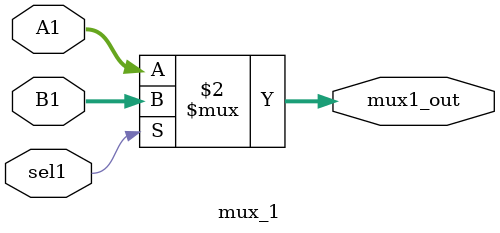
<source format=sv>
module mux_1(sel1, A1, B1, mux1_out);
    input sel1;
    input [31:0] A1, B1;
    output [31:0] mux1_out;

    assign mux1_out = (sel1 == 1'b0) ? A1 : B1;
endmodule

</source>
